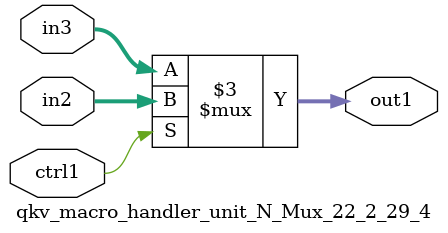
<source format=v>

`timescale 1ps / 1ps


module qkv_macro_handler_unit_N_Mux_22_2_29_4( in3, in2, ctrl1, out1 );

    input [21:0] in3;
    input [21:0] in2;
    input ctrl1;
    output [21:0] out1;
    reg [21:0] out1;

    
    // rtl_process:qkv_macro_handler_unit_N_Mux_22_2_29_4/qkv_macro_handler_unit_N_Mux_22_2_29_4_thread_1
    always @*
      begin : qkv_macro_handler_unit_N_Mux_22_2_29_4_thread_1
        case (ctrl1) 
          1'b1: 
            begin
              out1 = in2;
            end
          default: 
            begin
              out1 = in3;
            end
        endcase
      end

endmodule


</source>
